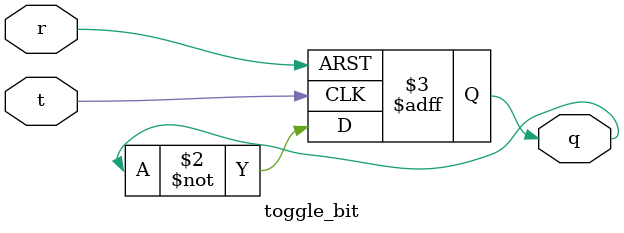
<source format=sv>
module toggle_bit(
    input  logic t, r,
    output logic q,
);

    always_ff @(posedge t, posedge r) begin
        if (r)
            q <= 0;
        else if(t)
            q <= ~q;
    end

endmodule
</source>
